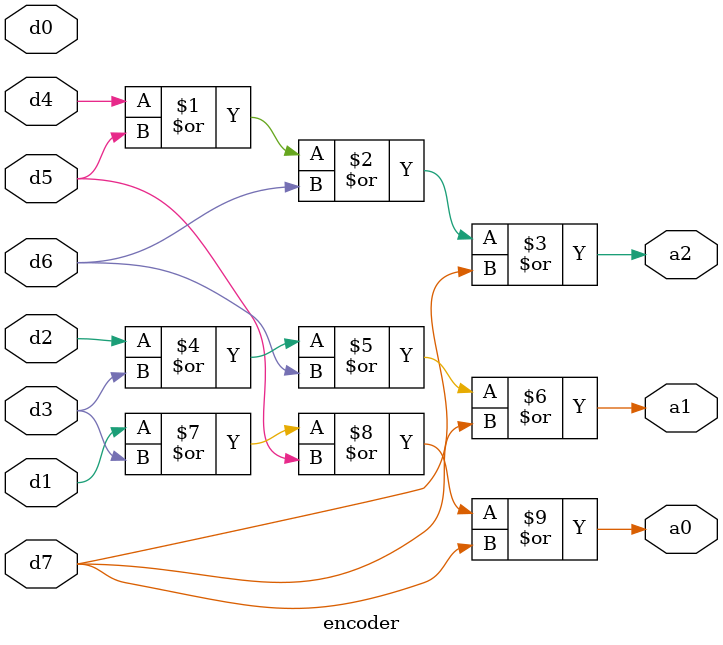
<source format=v>
module encoder (a0,a1,a2,d0,d1,d2,d3,d4,d5,d6,d7);
    input  d0,d1,d2,d3,d4,d5,d6,d7;
    output a0,a1,a2;

    // Dataflow logic
    assign a2 = d4 | d5 | d6 | d7;
    assign a1 = d2 | d3 | d6 | d7;
    assign a0 = d1 | d3 | d5 | d7;

endmodule
</source>
